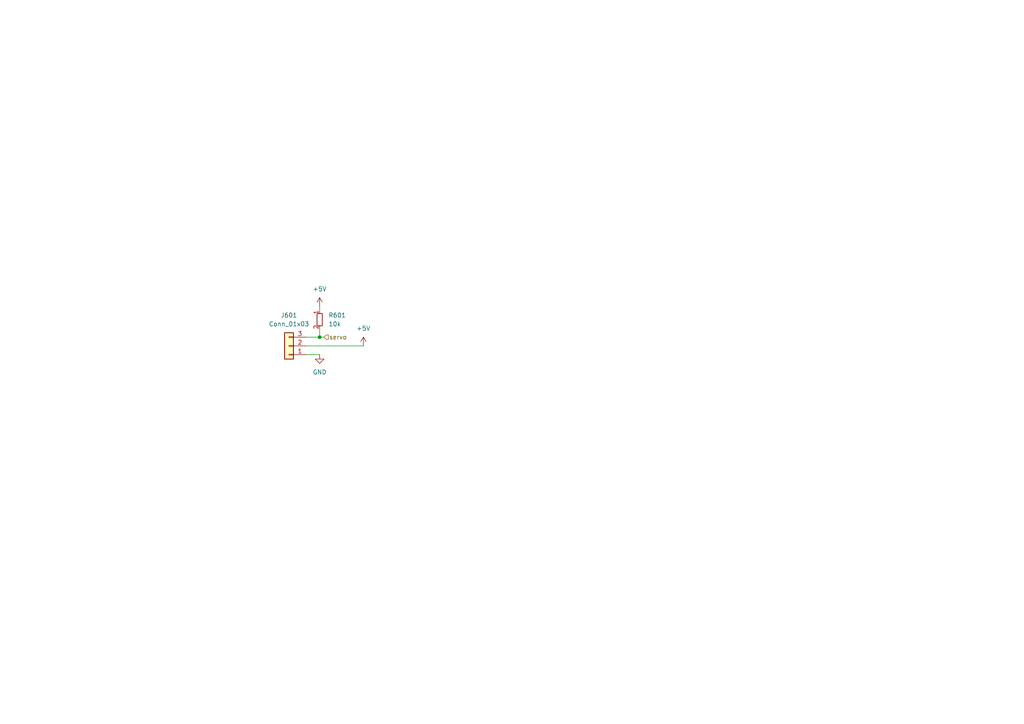
<source format=kicad_sch>
(kicad_sch (version 20230121) (generator eeschema)
  (paper "A4")
  (lib_symbols
    (symbol "Connector_Generic:Conn_01x03" (pin_names (offset 1.016) hide)
      (property "Reference" "J" (at 0 5.08 0))
      (property "Value" "Conn_01x03" (at 0 -5.08 0))
      (symbol "Conn_01x03_1_1"
        (rectangle (start -1.27 -2.413) (end 0 -2.667) (stroke (width 0.1524)))
        (rectangle (start -1.27 0.127) (end 0 -0.127) (stroke (width 0.1524)))
        (rectangle (start -1.27 2.667) (end 0 2.413) (stroke (width 0.1524)))
        (rectangle (start -1.27 3.81) (end 1.27 -3.81) (stroke (width 0.254)) (fill (type background)))
        (pin passive line (at -5.08 2.54 0) (length 3.81) (name "Pin_1") (number "1"))
        (pin passive line (at -5.08 0 0) (length 3.81) (name "Pin_2") (number "2"))
        (pin passive line (at -5.08 -2.54 0) (length 3.81) (name "Pin_3") (number "3"))
      )
    )
    (symbol "power:+5V" (power) (pin_names (offset 0))
      (property "Value" "+5V" (at 0 3.556 0))
      (symbol "+5V_0_1"
        (polyline (pts (xy -0.762 1.27) (xy 0 2.54)))
        (polyline (pts (xy 0 0) (xy 0 2.54)))
        (polyline (pts (xy 0 2.54) (xy 0.762 1.27)))
      )
      (symbol "+5V_1_1"
        (pin power_in line (at 0 0 90) (length 0) hide (name "+5V") (number "1"))
      )
    )
    (symbol "power:GND" (power) (pin_names (offset 0))
      (property "Value" "GND" (at 0 -3.81 0))
      (symbol "GND_0_1"
        (polyline (pts (xy 0 0) (xy 0 -1.27) (xy 1.27 -1.27) (xy 0 -2.54) (xy -1.27 -1.27) (xy 0 -1.27)))
      )
      (symbol "GND_1_1"
        (pin power_in line (at 0 0 270) (length 0) hide (name "GND") (number "1"))
      )
    )
    (symbol "resistors_0603:R_10k_0603"
      (property "Reference" "R" (at 1.27 2.54 0))
      (property "Value" "10k" (at 2.54 -2.54 0))
      (symbol "R_10k_0603_0_1"
        (rectangle (start -0.762 1.778) (end 0.762 -1.778) (stroke (width 0.2032)))
      )
      (symbol "R_10k_0603_1_1"
        (pin passive line (at 0 2.54 270) (length 0.762) (name "~") (number "1"))
        (pin passive line (at 0 -2.54 90) (length 0.762) (name "~") (number "2"))
      )
    )
  )
  (junction (at 92.71 97.79))
  (wire (pts (xy 92.71 88.9) (xy 92.71 90.17)))
  (wire (pts (xy 92.71 97.79) (xy 93.98 97.79)))
  (wire (pts (xy 88.9 102.87) (xy 92.71 102.87)))
  (wire (pts (xy 88.9 100.33) (xy 105.41 100.33)))
  (wire (pts (xy 92.71 95.25) (xy 92.71 97.79)))
  (wire (pts (xy 88.9 97.79) (xy 92.71 97.79)))
  (hierarchical_label "servo" (shape input) (at 93.98 97.79 0))
  (symbol (lib_id "power:+5V") (at 105.41 100.33 0) (unit 1)
    (property "Reference" "#PWR0603" (effects hide))
    (property "Value" "+5V" (at 105.41 95.25 0))
  )
  (symbol (lib_id "power:+5V") (at 92.71 88.9 0) (unit 1)
    (property "Reference" "#PWR0601" (effects hide))
    (property "Value" "+5V" (at 92.71 83.82 0))
  )
  (symbol (lib_id "resistors_0603:R_10k_0603") (at 92.71 92.71 0) (unit 1)
    (property "Reference" "R601" (at 95.25 91.44 0) (effects (justify left)))
    (property "Value" "10k" (at 95.25 93.98 0) (effects (justify left)))
    (property "Footprint" "custom_kicad_lib_sk:R_0603_smalltext" (effects hide))
    (property "JLCPCB Part#" "C25804" (effects hide))
  )
  (symbol (lib_id "Connector_Generic:Conn_01x03") (at 83.82 100.33 180) (unit 1)
    (property "Reference" "J601" (at 83.82 91.44 0))
    (property "Value" "Conn_01x03" (at 83.82 93.98 0))
    (property "Footprint" "Connector_PinHeader_2.54mm:PinHeader_1x03_P2.54mm_Vertical" (effects hide))
  )
  (symbol (lib_id "power:GND") (at 92.71 102.87 0) (unit 1)
    (property "Reference" "#PWR0602" (effects hide))
    (property "Value" "GND" (at 92.71 107.95 0))
  )
)
</source>
